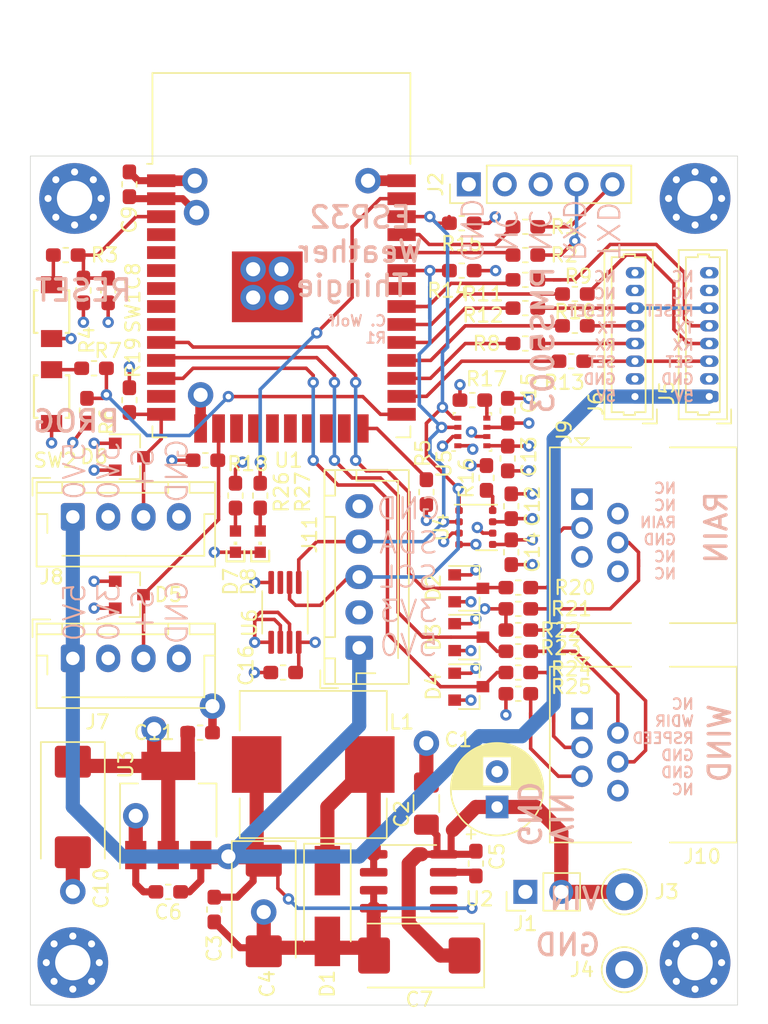
<source format=kicad_pcb>
(kicad_pcb (version 20211014) (generator pcbnew)
  (layers (0 "F.Cu" signal) (1 "In1.Cu" signal) (2 "In2.Cu" signal) (31 "B.Cu" signal) (34 "B.Paste" user) (35 "F.Paste" user) (36 "B.SilkS" user "B.Silkscreen") (37 "F.SilkS" user "F.Silkscreen") (38 "B.Mask" user) (39 "F.Mask" user) (44 "Edge.Cuts" user))
  (net 0 "")
  (net 1 "GND")
  (net 2 "VCC")
  (net 3 "+5V")
  (net 4 "Net-(C5-Pad2)")
  (net 5 "/RESET")
  (net 6 "+3V3")
  (net 7 "Net-(D1-Pad1)")
  (net 8 "/TXD")
  (net 9 "/RXD")
  (net 10 "Net-(J2-Pad2)")
  (net 11 "Net-(R1-Pad2)")
  (net 12 "Net-(R2-Pad2)")
  (net 13 "Net-(R3-Pad1)")
  (net 14 "Net-(R5-Pad2)")
  (net 15 "/PROG")
  (net 16 "Net-(R7-Pad1)")
  (net 17 "Net-(U1-Pad32)")
  (net 18 "Net-(U1-Pad23)")
  (net 19 "Net-(U1-Pad22)")
  (net 20 "Net-(U1-Pad21)")
  (net 21 "Net-(U1-Pad20)")
  (net 22 "Net-(U1-Pad19)")
  (net 23 "Net-(U1-Pad18)")
  (net 24 "Net-(U1-Pad17)")
  (net 25 "Net-(U1-Pad13)")
  (net 26 "Net-(U1-Pad9)")
  (net 27 "Net-(U1-Pad8)")
  (net 28 "Net-(U1-Pad7)")
  (net 29 "Net-(U1-Pad6)")
  (net 30 "Net-(U1-Pad5)")
  (net 31 "Net-(U1-Pad4)")
  (net 32 "Net-(U2-Pad2)")
  (net 33 "Net-(J2-Pad3)")
  (net 34 "Net-(J5-Pad8)")
  (net 35 "Net-(J5-Pad7)")
  (net 36 "Net-(J5-Pad5)")
  (net 37 "Net-(J5-Pad4)")
  (net 38 "Net-(J6-Pad8)")
  (net 39 "Net-(J6-Pad7)")
  (net 40 "Net-(J6-Pad5)")
  (net 41 "Net-(J6-Pad4)")
  (net 42 "Net-(R8-Pad2)")
  (net 43 "Net-(R9-Pad2)")
  (net 44 "Net-(R10-Pad2)")
  (net 45 "Net-(R11-Pad2)")
  (net 46 "Net-(R12-Pad2)")
  (net 47 "Net-(R13-Pad2)")
  (net 48 "/SDA")
  (net 49 "/SCL")
  (net 50 "Net-(R16-Pad1)")
  (net 51 "Net-(R17-Pad1)")
  (net 52 "Net-(D2-Pad3)")
  (net 53 "Net-(D3-Pad3)")
  (net 54 "Net-(D4-Pad3)")
  (net 55 "Net-(J9-Pad6)")
  (net 56 "Net-(J9-Pad5)")
  (net 57 "Net-(J9-Pad4)")
  (net 58 "Net-(J9-Pad3)")
  (net 59 "Net-(J9-Pad2)")
  (net 60 "Net-(J9-Pad1)")
  (net 61 "Net-(J10-Pad6)")
  (net 62 "Net-(J10-Pad5)")
  (net 63 "Net-(J10-Pad4)")
  (net 64 "Net-(J10-Pad3)")
  (net 65 "Net-(J10-Pad2)")
  (net 66 "Net-(J10-Pad1)")
  (net 67 "Net-(D5-Pad3)")
  (net 68 "Net-(D6-Pad3)")
  (net 69 "Net-(D7-Pad2)")
  (net 70 "Net-(D8-Pad2)")
  (net 71 "Net-(R27-Pad2)")
  (net 72 "/PT_RESET")
  (net 73 "/PT_SET")
  (net 74 "Net-(U6-Pad3)")
  (footprint "Capacitor_SMD:C_0603_1608Metric_Pad1.05x0.95mm_HandSolder" (layer "F.Cu") (at 55.5 59.5 -90)
    (fp_text reference "C8")
    (fp_text value "0.1 uF")
  )
  (footprint "Capacitor_SMD:C_0603_1608Metric_Pad1.05x0.95mm_HandSolder" (layer "F.Cu") (at 57 52 90)
    (fp_text reference "C9")
    (fp_text value "1 uF")
  )
  (footprint "Capacitor_Tantalum_SMD:CP_EIA-7343-20_Kemet-V_Pad2.25x2.55mm_HandSolder" (layer "F.Cu") (at 53 96 -90)
    (fp_text reference "C10")
    (fp_text value "100uF")
  )
  (footprint "Connector_PinHeader_2.54mm:PinHeader_1x02_P2.54mm_Vertical" (layer "F.Cu") (at 85 102 90)
    (fp_text reference "J1")
    (fp_text value "Conn_01x02")
  )
  (footprint "Connector_Pin:Pin_D1.3mm_L11.0mm" (layer "F.Cu") (at 92 102)
    (fp_text reference "J3")
    (fp_text value "Conn_01x01")
  )
  (footprint "Connector_Pin:Pin_D1.3mm_L11.0mm" (layer "F.Cu") (at 92 107.5)
    (fp_text reference "J4")
    (fp_text value "Conn_01x01")
  )
  (footprint "Resistor_SMD:R_0603_1608Metric_Pad1.05x0.95mm_HandSolder" (layer "F.Cu") (at 85 57 180)
    (fp_text reference "R2")
    (fp_text value "470R")
  )
  (footprint "Resistor_SMD:R_0603_1608Metric_Pad1.05x0.95mm_HandSolder" (layer "F.Cu") (at 52.5 57)
    (fp_text reference "R3")
    (fp_text value "470R")
  )
  (footprint "Resistor_SMD:R_0603_1608Metric_Pad1.05x0.95mm_HandSolder" (layer "F.Cu") (at 53.75 59.5 -90)
    (fp_text reference "R4")
    (fp_text value "10K")
  )
  (footprint "Resistor_SMD:R_0603_1608Metric_Pad1.05x0.95mm_HandSolder" (layer "F.Cu") (at 54 68 -90)
    (fp_text reference "R6")
    (fp_text value "4.7K")
  )
  (footprint "Resistor_SMD:R_0603_1608Metric_Pad1.05x0.95mm_HandSolder" (layer "F.Cu") (at 54.5 65)
    (fp_text reference "R7")
    (fp_text value "470R")
  )
  (footprint "custom:K2-1823SA-A4DW-06" (layer "F.Cu") (at 51.5 61 -90)
    (fp_text reference "SW1")
    (fp_text value "SW_Push")
  )
  (footprint "custom:K2-1823SA-A4DW-06" (layer "F.Cu") (at 51.5 67 -90)
    (fp_text reference "SW2")
    (fp_text value "SW_Push")
  )
  (footprint "MountingHole:MountingHole_2.5mm_Pad_Via" (layer "F.Cu") (at 53.125 53)
    (fp_text reference "H1" hide)
    (fp_text value "MountingHole")
  )
  (footprint "MountingHole:MountingHole_2.5mm_Pad_Via" (layer "F.Cu") (at 97 107)
    (fp_text reference "H4" hide)
    (fp_text value "MountingHole")
  )
  (footprint "MountingHole:MountingHole_2.5mm_Pad_Via" (layer "F.Cu") (at 97 53)
    (fp_text reference "H3" hide)
    (fp_text value "MountingHole")
  )
  (footprint "Resistor_SMD:R_0603_1608Metric_Pad1.05x0.95mm_HandSolder" (layer "F.Cu") (at 85 55 180)
    (fp_text reference "R1")
    (fp_text value "470R")
  )
  (footprint "Connector_PinHeader_2.54mm:PinHeader_1x05_P2.54mm_Vertical" (layer "F.Cu") (at 81 52 90)
    (fp_text reference "J2")
    (fp_text value "Conn_01x05")
  )
  (footprint "RF_Module:ESP32-WROOM-32" (layer "F.Cu") (at 67.75 60)
    (fp_text reference "U1")
    (fp_text value "ESP32-WROOM-32D")
  )
  (footprint "Resistor_SMD:R_0603_1608Metric_Pad1.05x0.95mm_HandSolder" (layer "F.Cu") (at 78 73.75 90)
    (fp_text reference "R5")
    (fp_text value "4.7K")
  )
  (footprint "Connector_Molex:Molex_PicoBlade_53047-0810_1x08_P1.25mm_Vertical" (layer "F.Cu") (at 98 67 90)
    (fp_text reference "J5")
    (fp_text value "Conn_01x08")
  )
  (footprint "Connector_Molex:Molex_PicoBlade_53047-0810_1x08_P1.25mm_Vertical" (layer "F.Cu") (at 92.75 67 90)
    (fp_text reference "J6")
    (fp_text value "Conn_01x08")
  )
  (footprint "Resistor_SMD:R_0603_1608Metric_Pad1.05x0.95mm_HandSolder" (layer "F.Cu") (at 85 63.25 180)
    (fp_text reference "R8")
    (fp_text value "470R")
  )
  (footprint "Resistor_SMD:R_0603_1608Metric_Pad1.05x0.95mm_HandSolder" (layer "F.Cu") (at 88.5 62 180)
    (fp_text reference "R10")
    (fp_text value "470R")
  )
  (footprint "Resistor_SMD:R_0603_1608Metric_Pad1.05x0.95mm_HandSolder" (layer "F.Cu") (at 85 58.75 180)
    (fp_text reference "R11")
    (fp_text value "470R")
  )
  (footprint "Resistor_SMD:R_0603_1608Metric_Pad1.05x0.95mm_HandSolder" (layer "F.Cu") (at 85 60.75 180)
    (fp_text reference "R12")
    (fp_text value "470R")
  )
  (footprint "Capacitor_SMD:C_0603_1608Metric_Pad1.05x0.95mm_HandSolder" (layer "F.Cu") (at 84 78 -90)
    (fp_text reference "C14")
    (fp_text value "0.1 uF")
  )
  (footprint "Resistor_SMD:R_0603_1608Metric_Pad1.05x0.95mm_HandSolder" (layer "F.Cu") (at 80.5 58.1)
    (fp_text reference "R14")
    (fp_text value "4.7K")
  )
  (footprint "Resistor_SMD:R_0603_1608Metric_Pad1.05x0.95mm_HandSolder" (layer "F.Cu") (at 80.5 54.75)
    (fp_text reference "R15")
    (fp_text value "4.7K")
  )
  (footprint "Connector_JST:JST_XH_B4B-XH-AM_1x04_P2.50mm_Vertical" (layer "F.Cu") (at 53 85.5)
    (fp_text reference "J7")
    (fp_text value "Conn_01x04")
  )
  (footprint "Resistor_SMD:R_0603_1608Metric_Pad1.05x0.95mm_HandSolder" (layer "F.Cu") (at 62.375 71.5 180)
    (fp_text reference "R18")
    (fp_text value "4.7K")
  )
  (footprint "Resistor_SMD:R_0603_1608Metric_Pad1.05x0.95mm_HandSolder" (layer "F.Cu") (at 57 67.25 90)
    (fp_text reference "R19")
    (fp_text value "4.7K")
  )
  (footprint "Connector_JST:JST_XH_B4B-XH-AM_1x04_P2.50mm_Vertical" (layer "F.Cu") (at 53 75.5)
    (fp_text reference "J8")
    (fp_text value "Conn_01x04")
  )
  (footprint "Package_TO_SOT_SMD:SOT-23" (layer "F.Cu") (at 81 80.55)
    (fp_text reference "D2")
    (fp_text value "BAT54S")
  )
  (footprint "Package_TO_SOT_SMD:SOT-23" (layer "F.Cu") (at 81 84)
    (fp_text reference "D3")
    (fp_text value "BAT54S")
  )
  (footprint "Resistor_SMD:R_0603_1608Metric_Pad1.05x0.95mm_HandSolder" (layer "F.Cu") (at 84.5 80.5)
    (fp_text reference "R20")
    (fp_text value "1K")
  )
  (footprint "Resistor_SMD:R_0603_1608Metric_Pad1.05x0.95mm_HandSolder" (layer "F.Cu") (at 84.5 82)
    (fp_text reference "R21")
    (fp_text value "1K")
  )
  (footprint "Resistor_SMD:R_0603_1608Metric_Pad1.05x0.95mm_HandSolder" (layer "F.Cu") (at 84.5 83.5)
    (fp_text reference "R22")
    (fp_text value "1K")
  )
  (footprint "Resistor_SMD:R_0603_1608Metric_Pad1.05x0.95mm_HandSolder" (layer "F.Cu") (at 84.5 85)
    (fp_text reference "R23")
    (fp_text value "1K")
  )
  (footprint "Resistor_SMD:R_0603_1608Metric_Pad1.05x0.95mm_HandSolder" (layer "F.Cu") (at 84.5 86.5)
    (fp_text reference "R24")
    (fp_text value "1K")
  )
  (footprint "Resistor_SMD:R_0603_1608Metric_Pad1.05x0.95mm_HandSolder" (layer "F.Cu") (at 84.5 88)
    (fp_text reference "R25")
    (fp_text value "1K")
  )
  (footprint "Package_TO_SOT_SMD:SOT-223-3_TabPin2" (layer "F.Cu") (at 59.75 96.25 90)
    (fp_text reference "U3")
    (fp_text value "AMS1117-3.3")
  )
  (footprint "Package_SO:SOIC-8_3.9x4.9mm_P1.27mm" (layer "F.Cu") (at 76.75 101.25 180)
    (fp_text reference "U2")
    (fp_text value "XL2001")
  )
  (footprint "Inductor_SMD:L_Wuerth_HCI-1040" (layer "F.Cu") (at 70 93 180)
    (fp_text reference "L1")
    (fp_text value "47uH/3A")
  )
  (footprint "Diode_SMD:D_SMA_Handsoldering" (layer "F.Cu") (at 71 103 -90)
    (fp_text reference "D1")
    (fp_text value "SS36")
  )
  (footprint "Capacitor_SMD:C_0603_1608Metric_Pad1.05x0.95mm_HandSolder" (layer "F.Cu") (at 62 90.75)
    (fp_text reference "C11")
    (fp_text value "10 uF")
  )
  (footprint "Capacitor_SMD:C_0603_1608Metric_Pad1.05x0.95mm_HandSolder" (layer "F.Cu") (at 59.75 102 180)
    (fp_text reference "C6")
    (fp_text value "1 uF")
  )
  (footprint "Capacitor_Tantalum_SMD:CP_EIA-7343-20_Kemet-V_Pad2.25x2.55mm_HandSolder" (layer "F.Cu") (at 66.5 103 -90)
    (fp_text reference "C4")
    (fp_text value "100uF")
  )
  (footprint "Capacitor_SMD:C_0603_1608Metric_Pad1.05x0.95mm_HandSolder" (layer "F.Cu") (at 63 103.25 -90)
    (fp_text reference "C3")
    (fp_text value "1 uF")
  )
  (footprint "Capacitor_THT:CP_Radial_D6.3mm_P2.50mm" (layer "F.Cu") (at 83 96 90)
    (fp_text reference "C1")
    (fp_text value "47uF")
  )
  (footprint "Capacitor_Tantalum_SMD:CP_EIA-7343-20_Kemet-V_Pad2.25x2.55mm_HandSolder" (layer "F.Cu") (at 77.5 106.5 180)
    (fp_text reference "C7")
    (fp_text value "47uF")
  )
  (footprint "Capacitor_SMD:C_0603_1608Metric_Pad1.05x0.95mm_HandSolder" (layer "F.Cu") (at 81.5 100 -90)
    (fp_text reference "C5")
    (fp_text value "1 uF")
  )
  (footprint "Capacitor_SMD:C_1206_3216Metric_Pad1.42x1.75mm_HandSolder" (layer "F.Cu") (at 78 95.7625 90)
    (fp_text reference "C2")
    (fp_text value "1 uF")
  )
  (footprint "MountingHole:MountingHole_2.5mm_Pad_Via" (layer "F.Cu") (at 53 107)
    (fp_text reference "H2" hide)
    (fp_text value "MountingHole")
  )
  (footprint "Package_LGA:Bosch_LGA-8_3x3mm_P0.8mm_ClockwisePinNumbering" (layer "F.Cu") (at 81.5 76.25 90)
    (fp_text reference "U4")
    (fp_text value "BME680")
  )
  (footprint "Resistor_SMD:R_0603_1608Metric_Pad1.05x0.95mm_HandSolder" (layer "F.Cu") (at 81.25 67.25 180)
    (fp_text reference "R17")
    (fp_text value "4.7K")
  )
  (footprint "Resistor_SMD:R_0603_1608Metric_Pad1.05x0.95mm_HandSolder" (layer "F.Cu") (at 82.25 72.75 90)
    (fp_text reference "R16")
    (fp_text value "4.7K")
  )
  (footprint "Capacitor_SMD:C_0603_1608Metric_Pad1.05x0.95mm_HandSolder" (layer "F.Cu") (at 83.75 68 90)
    (fp_text reference "C15")
    (fp_text value "0.1 uF")
  )
  (footprint "Capacitor_SMD:C_0603_1608Metric_Pad1.05x0.95mm_HandSolder" (layer "F.Cu") (at 83.75 71.375 -90)
    (fp_text reference "C13")
    (fp_text value "0.1 uF")
  )
  (footprint "Capacitor_SMD:C_0603_1608Metric_Pad1.05x0.95mm_HandSolder" (layer "F.Cu") (at 84 74.75 90)
    (fp_text reference "C12")
    (fp_text value "0.1 uF")
  )
  (footprint "Package_TO_SOT_SMD:SOT-23" (layer "F.Cu") (at 81 87.5)
    (fp_text reference "D4")
    (fp_text value "BAT54S")
  )
  (footprint "Package_TO_SOT_SMD:SOT-23" (layer "F.Cu") (at 57 71.25)
    (fp_text reference "D6")
    (fp_text value "BAT54S")
  )
  (footprint "Resistor_SMD:R_0603_1608Metric_Pad1.05x0.95mm_HandSolder" (layer "F.Cu") (at 88.25 64.5 180)
    (fp_text reference "R13")
    (fp_text value "470R")
  )
  (footprint "custom:CHIPLED_0603" (layer "F.Cu") (at 64.5 77.25 180)
    (fp_text reference "D7")
    (fp_text value "LED" hide)
  )
  (footprint "Resistor_SMD:R_0603_1608Metric_Pad1.05x0.95mm_HandSolder" (layer "F.Cu") (at 64.5 74 90)
    (fp_text reference "R26")
    (fp_text value "1K")
  )
  (footprint "custom:CHIPLED_0603" (layer "F.Cu") (at 66.25 77.25 180)
    (fp_text reference "D8")
    (fp_text value "LED" hide)
  )
  (footprint "Resistor_SMD:R_0603_1608Metric_Pad1.05x0.95mm_HandSolder" (layer "F.Cu") (at 66.25 74 90)
    (fp_text reference "R27")
    (fp_text value "1K")
  )
  (footprint "Package_TO_SOT_SMD:SOT-23" (layer "F.Cu") (at 57 81)
    (fp_text reference "D5")
    (fp_text value "BAT54S")
  )
  (footprint "Resistor_SMD:R_0603_1608Metric_Pad1.05x0.95mm_HandSolder" (layer "F.Cu") (at 88.5 59.75 180)
    (fp_text reference "R9")
    (fp_text value "470R")
  )
  (footprint "Package_LGA:Bosch_LGA-8_2.5x2.5mm_P0.65mm_ClockwisePinNumbering" (layer "F.Cu") (at 81.25 69.5 90)
    (fp_text reference "U5")
    (fp_text value "BME280")
  )
  (footprint "Connector_JST:JST_XH_B5B-XH-AM_1x05_P2.50mm_Vertical" (layer "F.Cu") (at 73.25 84.75 90)
    (fp_text reference "J11")
    (fp_text value "Conn_01x05")
  )
  (footprint "Connector_RJ:RJ25_Wayconn_MJEA-660X1_Horizontal" (layer "F.Cu") (at 89 89.75 90)
    (fp_text reference "J10")
    (fp_text value "WIND")
  )
  (footprint "Connector_RJ:RJ25_Wayconn_MJEA-660X1_Horizontal" (layer "F.Cu") (at 89 74.25 90)
    (fp_text reference "J9")
    (fp_text value "RAIN")
  )
  (footprint "Capacitor_SMD:C_0603_1608Metric_Pad1.05x0.95mm_HandSolder" (layer "F.Cu") (at 67.875 86.5 180)
    (fp_text reference "C16")
    (fp_text value "0.1 uF")
  )
  (footprint "Package_SO:MSOP-8_3x3mm_P0.65mm" (layer "F.Cu") (at 68 82.25 -90)
    (fp_text reference "U6")
    (fp_text value "LM75C")
  )
  (gr_line (start 50 110) (end 50 50) (layer "Edge.Cuts") (width 0.05))
  (gr_line (start 50 50) (end 100 50) (layer "Edge.Cuts") (width 0.05))
  (gr_line (start 100 50) (end 100 110) (layer "Edge.Cuts") (width 0.05))
  (gr_line (start 100 110) (end 50 110) (layer "Edge.Cuts") (width 0.05))
  (gr_text "NC\nNC\nRESET\nTX\nRX\nSET\nGND\n5V" (at 91.5 62.75) (layer "B.SilkS") (effects (font (size 0.75 0.75)) (justify left mirror)))
  (gr_text "NC\nNC\nRESET\nTX\nRX\nSET\nGND\n5V" (at 97 62.75) (layer "B.SilkS") (effects (font (size 0.75 0.75)) (justify left mirror)))
  (gr_text "GND" (at 88 105.75) (layer "B.SilkS") (effects (font (size 1.5 1.5) (thickness 0.25)) (justify mirror)))
  (gr_text "VIN" (at 87.5 96.75 270) (layer "B.SilkS") (effects (font (size 1.5 1.5) (thickness 0.25)) (justify mirror)))
  (gr_text "RAIN" (at 98.5 76.25 90) (layer "B.SilkS") (effects (font (size 1.5 1.5) (thickness 0.25)) (justify mirror)))
  (gr_text "WIND" (at 98.75 91.5 90) (layer "B.SilkS") (effects (font (size 1.5 1.5) (thickness 0.25)) (justify mirror)))
  (gr_text "NC\nNC\nRAIN\nGND\nNC\nNC" (at 95.75 76.5) (layer "B.SilkS") (effects (font (size 0.75 0.75)) (justify left mirror)))
  (gr_text "NC\nWDIR\nRSPEED\nGND\nGND\nNC" (at 97 91.75) (layer "B.SilkS") (effects (font (size 0.75 0.75)) (justify left mirror)))
  (gr_text "TXD\nRXD\nNC\nNC\nGND" (at 86 55.25 270) (layer "B.SilkS") (effects (font (size 1.5 1.5)) (justify mirror)))
  (gr_text "RESET" (at 53.75 59.5) (layer "B.SilkS") (effects (font (size 1.5 1.5) (thickness 0.25)) (justify mirror)))
  (gr_text "PROG" (at 53.25 68.75) (layer "B.SilkS") (effects (font (size 1.5 1.5) (thickness 0.25)) (justify mirror)))
  (gr_text "ESP32 \nWeather \nThingie" (at 72.75 56.75) (layer "B.SilkS") (effects (font (size 1.5 1.5) (thickness 0.25)) (justify mirror)))
  (gr_text "C. Wolf\nR1" (at 75.25 62.25) (layer "B.SilkS") (effects (font (size 0.75 0.75)) (justify left mirror)))
  (gr_text "PMS5003" (at 86.25 63 90) (layer "B.SilkS") (effects (font (size 1.5 1.5) (thickness 0.25)) (justify mirror)))
  (gr_text "GND" (at 85.25 96.5 270) (layer "B.SilkS") (effects (font (size 1.5 1.5) (thickness 0.25)) (justify mirror)))
  (gr_text "5V0\n3V0\nS+\nGND" (at 56.75 82.25 90) (layer "B.SilkS") (effects (font (size 1.5 1.5)) (justify mirror)))
  (gr_text "GND\nSDA\nSCL\n3V3\n5V0" (at 76.75 79.75) (layer "B.SilkS") (effects (font (size 1.5 1.5)) (justify mirror)))
  (gr_text "5V0\n3V0\nS+\nGND" (at 56.75 72.25 90) (layer "B.SilkS") (effects (font (size 1.5 1.5)) (justify mirror)))
  (gr_text "VIN" (at 88.5 102.5) (layer "B.SilkS") (effects (font (size 1.5 1.5) (thickness 0.25)) (justify mirror)))
  (segment (start 51.5 62.9) (end 52.875 62.9) (width 0.25) (layer "F.Cu") (net 1))
  (segment (start 62.035 69.255) (end 62.035 66.88) (width 0.75) (layer "F.Cu") (net 1))
  (segment (start 76.25 51.745) (end 73.875 51.745) (width 0.75) (layer "F.Cu") (net 1))
  (segment (start 59.25 51.745) (end 61.625 51.745) (width 0.75) (layer "F.Cu") (net 1))
  (segment (start 66.5 106.2) (end 66.5 103.425) (width 1) (layer "F.Cu") (net 1))
  (segment (start 66.5 105.95) (end 64.825 105.95) (width 0.5) (layer "F.Cu") (net 1))
  (segment (start 74.275 103.155) (end 74.275 101.885) (width 0.5) (layer "F.Cu") (net 1))
  (segment (start 64.825 105.95) (end 63 104.125) (width 0.5) (layer "F.Cu") (net 1))
  (segment (start 78 94.275) (end 78 91.5) (width 1) (layer "F.Cu") (net 1))
  (segment (start 57.45 101.45) (end 57.45 99.4) (width 0.5) (layer "F.Cu") (net 1))
  (segment (start 74.275 106.475) (end 74.3 106.5) (width 1) (layer "F.Cu") (net 1))
  (segment (start 58.875 102) (end 58 102) (width 0.5) (layer "F.Cu") (net 1))
  (segment (start 74.275 103.155) (end 74.275 106.475) (width 1) (layer "F.Cu") (net 1))
  (segment (start 58 102) (end 57.45 101.45) (width 0.5) (layer "F.Cu") (net 1))
  (segment (start 66.5 105.95) (end 73.75 105.95) (width 1) (layer "F.Cu") (net 1))
  (segment (start 73.75 105.95) (end 74.3 106.5) (width 1) (layer "F.Cu") (net 1))
  (segment (start 57.45 99.4) (end 57.45 96.625) (width 1) (layer "F.Cu") (net 1))
  (segment (start 80.225 70.475) (end 81.0375 70.475) (width 0.25) (layer "F.Cu") (net 1))
  (segment (start 81.0375 70.475) (end 81.281255 70.718755) (width 0.25) (layer "F.Cu") (net 1))
  (segment (start 82.275 69.825) (end 81.512532 69.825) (width 0.25) (layer "F.Cu") (net 1))
  (segment (start 81.512532 69.825) (end 81.187492 69.49996) (width 0.25) (layer "F.Cu") (net 1))
  (segment (start 83.75 72.25) (end 85.245 72.25) (width 0.25) (layer "F.Cu") (net 1))
  (segment (start 84 73.875) (end 85.495 73.875) (width 0.25) (layer "F.Cu") (net 1))
  (segment (start 84 78.875) (end 85.495 78.875) (width 0.25) (layer "F.Cu") (net 1))
  (segment (start 83.75 67.125) (end 85.245 67.125) (width 0.25) (layer "F.Cu") (net 1))
  (segment (start 53 99.2) (end 53 101.975) (width 1) (layer "F.Cu") (net 1))
  (segment (start 83.625 82) (end 82.13 82) (width 0.25) (layer "F.Cu") (net 1))
  (segment (start 81.15 86.55) (end 81.5 86.2) (width 0.25) (layer "F.Cu") (net 1))
  (segment (start 80 86.55) (end 81.15 86.55) (width 0.25) (layer "F.Cu") (net 1))
  (segment (start 56 80.05) (end 54.505 80.05) (width 0.25) (layer "F.Cu") (net 1))
  (segment (start 64.5 78) (end 63.005 78) (width 0.25) (layer "F.Cu") (net 1))
  (segment (start 62.875 90.75) (end 62.875 88.875) (width 0.6) (layer "F.Cu") (net 1))
  (segment (start 78 74.625) (end 78 75.75) (width 0.25) (layer "F.Cu") (net 1))
  (segment (start 67.025 84.3625) (end 65.8625 84.3625) (width 0.25) (layer "F.Cu") (net 1))
  (segment (start 65.975 82.75) (end 65.8625 82.8625) (width 0.25) (layer "F.Cu") (net 1))
  (segment (start 67 86.5) (end 65.8375 86.5) (width 0.25) (layer "F.Cu") (net 1))
  (segment (start 83.625 88) (end 83.625 89.495) (width 0.25) (layer "F.Cu") (net 1))
  (segment (start 80.3125 77.45) (end 81.5 77.45) (width 0.25) (layer "F.Cu") (net 1))
  (segment (start 68.325 83.075) (end 67.5 82.25) (width 0.25) (layer "F.Cu") (net 1))
  (segment (start 57.62 51.745) (end 57 51.125) (width 0.5) (layer "F.Cu") (net 1))
  (segment (start 55.5 60.375) (end 55.5 61.75) (width 0.25) (layer "F.Cu") (net 1))
  (segment (start 83.625 83.5) (end 83.625 82) (width 0.25) (layer "F.Cu") (net 1))
  (segment (start 67.675 83.175) (end 67.25 82.75) (width 0.25) (layer "F.Cu") (net 1))
  (segment (start 68.325 84.3625) (end 68.325 83.075) (width 0.25) (layer "F.Cu") (net 1))
  (segment (start 67.5 82.25) (end 66.25 82.25) (width 0.25) (layer "F.Cu") (net 1))
  (segment (start 80 79.6) (end 81.15 79.6) (width 0.25) (layer "F.Cu") (net 1))
  (segment (start 65.8625 82.6375) (end 65.8625 82.8625) (width 0.25) (layer "F.Cu") (net 1))
  (segment (start 66.25 82.25) (end 65.8625 82.6375) (width 0.25) (layer "F.Cu") (net 1))
  (segment (start 82.000003 76.649999) (end 81.600004 76.25) (width 0.25) (layer "F.Cu") (net 1))
  (segment (start 80 83.05) (end 81.15 83.05) (width 0.25) (layer "F.Cu") (net 1))
  (segment (start 81.15 79.6) (end 81.5 79.25) (width 0.25) (layer "F.Cu") (net 1))
  (segment (start 82.6875 76.65) (end 82.000003 76.649999) (width 0.25) (layer "F.Cu") (net 1))
  (segment (start 67.25 82.75) (end 65.975 82.75) (width 0.25) (layer "F.Cu") (net 1))
  (segment (start 65.8625 82.8625) (end 65.8625 84.3625) (width 0.25) (layer "F.Cu") (net 1))
  (segment (start 51.5 68.9) (end 51.5 70.275) (width 0.25) (layer "F.Cu") (net 1))
  (segment (start 67.675 84.3625) (end 67.675 83.175) (width 0.25) (layer "F.Cu") (net 1))
  (segment (start 56 70.3) (end 54.505 70.3) (width 0.25) (layer "F.Cu") (net 1))
  (segment (start 64.5 78) (end 66.25 78) (width 0.25) (layer "F.Cu") (net 1))
  (segment (start 59.25 51.745) (end 57.62 51.745) (width 0.5) (layer "F.Cu") (net 1))
  (segment (start 81.15 83.05) (end 81.5 82.7) (width 0.25) (layer "F.Cu") (net 1))
  (segment (start 67.025 80.1375) (end 65.8625 80.1375) (width 0.25) (layer "F.Cu") (net 1))
  (via (at 52.875 62.9) (size 0.8) (drill 0.4) (layers "F.Cu" "B.Cu") (net 1))
  (via (at 67.75 58) (size 1.8) (drill 1) (layers "F.Cu" "B.Cu") (net 1))
  (via (at 65.75 58) (size 1.8) (drill 1) (layers "F.Cu" "B.Cu") (net 1))
  (via (at 67.75 60) (size 1.8) (drill 1) (layers "F.Cu" "B.Cu") (net 1))
  (via (at 65.75 60) (size 1.8) (drill 1) (layers "F.Cu" "B.Cu") (net 1))
  (via (at 61.625 51.745) (size 1.8) (drill 1) (layers "F.Cu" "B.Cu") (net 1))
  (via (at 73.875 51.745) (size 1.8) (drill 1) (layers "F.Cu" "B.Cu") (net 1))
  (via (at 62.035 66.88) (size 1.8) (drill 1) (layers "F.Cu" "B.Cu") (net 1))
  (via (at 66.5 103.425) (size 1.8) (drill 1) (layers "F.Cu" "B.Cu") (net 1))
  (via (at 57.45 96.625) (size 1.8) (drill 1) (layers "F.Cu" "B.Cu") (net 1))
  (via (at 78 91.5) (size 1.8) (drill 1) (layers "F.Cu" "B.Cu") (net 1))
  (via (at 81.187492 69.49996) (size 0.8) (drill 0.4) (layers "F.Cu" "B.Cu") (net 1))
  (via (at 85.495 73.875) (size 0.8) (drill 0.4) (layers "F.Cu" "B.Cu") (net 1))
  (via (at 85.495 78.875) (size 0.8) (drill 0.4) (layers "F.Cu" "B.Cu") (net 1))
  (via (at 85.245 72.25) (size 0.8) (drill 0.4) (layers "F.Cu" "B.Cu") (net 1))
  (via (at 81.281255 70.718755) (size 0.8) (drill 0.4) (layers "F.Cu" "B.Cu") (net 1))
  (via (at 85.245 67.125) (size 0.8) (drill 0.4) (layers "F.Cu" "B.Cu") (net 1))
  (via (at 53 101.975) (size 1.8) (drill 1) (layers "F.Cu" "B.Cu") (net 1))
  (via (at 82.13 82) (size 0.8) (drill 0.4) (layers "F.Cu" "B.Cu") (net 1))
  (via (at 81.5 86.2) (size 0.8) (drill 0.4) (layers "F.Cu" "B.Cu") (net 1))
  (via (at 54.505 80.05) (size 0.8) (drill 0.4) (layers "F.Cu" "B.Cu") (net 1))
  (via (at 63.005 78) (size 0.8) (drill 0.4) (layers "F.Cu" "B.Cu") (net 1))
  (via (at 62.875 88.875) (size 1.8) (drill 1) (layers "F.Cu" "B.Cu") (net 1))
  (via (at 78 75.75) (size 0.8) (drill 0.4) (layers "F.Cu" "B.Cu") (net 1))
  (via (at 65.8625 84.3625) (size 0.8) (drill 0.4) (layers "F.Cu" "B.Cu") (net 1))
  (via (at 81.600004 76.25) (size 0.8) (drill 0.4) (layers "F.Cu" "B.Cu") (net 1))
  (via (at 81.5 77.45) (size 0.8) (drill 0.4) (layers "F.Cu" "B.Cu") (net 1))
  (via (at 65.8375 86.5) (size 0.8) (drill 0.4) (layers "F.Cu" "B.Cu") (net 1))
  (via (at 55.5 61.75) (size 0.8) (drill 0.4) (layers "F.Cu" "B.Cu") (net 1))
  (via (at 51.5 70.275) (size 0.8) (drill 0.4) (layers "F.Cu" "B.Cu") (net 1))
  (via (at 81.5 82.7) (size 0.8) (drill 0.4) (layers "F.Cu" "B.Cu") (net 1))
  (via (at 54.505 70.3) (size 0.8) (drill 0.4) (layers "F.Cu" "B.Cu") (net 1))
  (via (at 65.8625 80.1375) (size 0.8) (drill 0.4) (layers "F.Cu" "B.Cu") (net 1))
  (via (at 83.625 89.495) (size 0.8) (drill 0.4) (layers "F.Cu" "B.Cu") (net 1))
  (via (at 81.5 79.25) (size 0.8) (drill 0.4) (layers "F.Cu" "B.Cu") (net 1))
  (segment (start 79.75 99.345) (end 79.225 99.345) (width 0.5) (layer "F.Cu") (net 2))
  (segment (start 79.75 97.75) (end 79.75 99.345) (width 0.5) (layer "F.Cu") (net 2))
  (segment (start 81.5 96) (end 79.875 97.625) (width 1) (layer "F.Cu") (net 2))
  (segment (start 79.875 97.625) (end 79.75 97.75) (width 0.5) (layer "F.Cu") (net 2))
  (segment (start 83 96) (end 81.5 96) (width 1) (layer "F.Cu") (net 2))
  (segment (start 79.225 99.345) (end 78.75 99.345) (width 0.5) (layer "F.Cu") (net 2))
  (segment (start 78.75 98) (end 78 97.25) (width 0.5) (layer "F.Cu") (net 2))
  (segment (start 78.75 99.345) (end 78.75 98) (width 0.5) (layer "F.Cu") (net 2))
  (segment (start 77.405 99.345) (end 77.655 99.345) (width 1) (layer "F.Cu") (net 2))
  (segment (start 79 106.5) (end 76.75 104.25) (width 1) (layer "F.Cu") (net 2))
  (segment (start 79.225 99.345) (end 81.28 99.345) (width 0.5) (layer "F.Cu") (net 2))
  (segment (start 81.28 99.345) (end 81.5 99.125) (width 0.5) (layer "F.Cu") (net 2))
  (segment (start 80.7 106.5) (end 79 106.5) (width 1) (layer "F.Cu") (net 2))
  (segment (start 76.75 104.25) (end 76.75 100) (width 1) (layer "F.Cu") (net 2))
  (segment (start 76.75 100) (end 77.405 99.345) (width 1) (layer "F.Cu") (net 2))
  (segment (start 77.655 99.345) (end 79.225 99.345) (width 0.5) (layer "F.Cu") (net 2))
  (segment (start 91.75 102) (end 92 102.25) (width 1) (layer "F.Cu") (net 2))
  (segment (start 87.54 102) (end 91.75 102) (width 1) (layer "F.Cu") (net 2))
  (segment (start 87.54 97.79) (end 87.54 100) (width 1) (layer "F.Cu") (net 2))
  (segment (start 87.54 102) (end 87.54 97.79) (width 1) (layer "F.Cu") (net 2))
  (segment (start 85.75 96) (end 83 96) (width 1) (layer "F.Cu") (net 2))
  (segment (start 87.54 97.79) (end 85.75 96) (width 1) (layer "F.Cu") (net 2))
  (segment (start 67.5 100.25) (end 67.5 101.75) (width 0.25) (layer "F.Cu") (net 3))
  (segment (start 67.5 101.75) (end 68.25 102.5) (width 0.25) (layer "F.Cu") (net 3))
  (segment (start 79.225 103.155) (end 81.22 103.155) (width 0.25) (layer "F.Cu") (net 3))
  (segment (start 62.05 100.7) (end 62.05 99.4) (width 0.5) (layer "F.Cu") (net 3))
  (segment (start 64.625 102.375) (end 65.75 101.25) (width 0.5) (layer "F.Cu") (net 3))
  (segment (start 63 102.375) (end 64.625 102.375) (width 0.5) (layer "F.Cu") (net 3))
  (segment (start 66.5 99.55) (end 62.2 99.55) (width 1) (layer "F.Cu") (net 3))
  (segment (start 62.2 99.55) (end 62.05 99.4) (width 0.5) (layer "F.Cu") (net 3))
  (segment (start 62.05 101.2) (end 62.05 99.4) (width 0.5) (layer "F.Cu") (net 3))
  (segment (start 61.25 102) (end 62.05 101.2) (width 0.5) (layer "F.Cu") (net 3))
  (segment (start 66 99.05) (end 66.5 99.55) (width 1) (layer "F.Cu") (net 3))
  (segment (start 60.625 102) (end 61.25 102) (width 0.5) (layer "F.Cu") (net 3))
  (segment (start 66 92.5) (end 66 99.05) (width 1) (layer "F.Cu") (net 3))
  (segment (start 65.75 100.3) (end 66.5 99.55) (width 0.5) (layer "F.Cu") (net 3))
  (segment (start 65.75 101.25) (end 65.75 100.3) (width 0.5) (layer "F.Cu") (net 3))
  (via (at 68.25 102.5) (size 0.8) (drill 0.4) (layers "F.Cu" "B.Cu") (net 3))
  (via (at 81.22 103.155) (size 0.8) (drill 0.4) (layers "F.Cu" "B.Cu") (net 3))
  (via (at 64 99.5) (size 1.8) (drill 1) (layers "F.Cu" "B.Cu") (net 3))
  (segment (start 81.22 103.155) (end 68.905 103.155) (width 0.25) (layer "B.Cu") (net 3))
  (segment (start 68.905 103.155) (end 68.25 102.5) (width 0.25) (layer "B.Cu") (net 3))
  (segment (start 87 88.75) (end 85.75 90) (width 1) (layer "B.Cu") (net 3))
  (segment (start 53 83) (end 53 75.5) (width 1) (layer "B.Cu") (net 3))
  (segment (start 53 96) (end 53 83) (width 1) (layer "B.Cu") (net 3))
  (segment (start 56.5 99.5) (end 53 96) (width 1) (layer "B.Cu") (net 3))
  (segment (start 90 67) (end 87 70) (width 1) (layer "B.Cu") (net 3))
  (segment (start 98 67) (end 90 67) (width 1) (layer "B.Cu") (net 3))
  (segment (start 73.25 84.75) (end 73.25 90.25) (width 1) (layer "B.Cu") (net 3))
  (segment (start 64 99.5) (end 73.25 99.5) (width 1) (layer "B.Cu") (net 3))
  (segment (start 73.25 90.25) (end 70.75 92.75) (width 1) (layer "B.Cu") (net 3))
  (segment (start 73.25 99.5) (end 81.75 91) (width 1) (layer "B.Cu") (net 3))
  (segment (start 64 99.5) (end 56.5 99.5) (width 1) (layer "B.Cu") (net 3))
  (segment (start 70.75 92.75) (end 64 99.5) (width 1) (layer "B.Cu") (net 3))
  (segment (start 81.75 91) (end 84.75 91) (width 1) (layer "B.Cu") (net 3))
  (segment (start 92.75 67) (end 98 67) (width 1) (layer "B.Cu") (net 3))
  (segment (start 87 70) (end 87 88.75) (width 1) (layer "B.Cu") (net 3))
  (segment (start 84.75 91) (end 85.75 90) (width 1) (layer "B.Cu") (net 3))
  (segment (start 79.225 100.615) (end 81.24 100.615) (width 0.5) (layer "F.Cu") (net 4))
  (segment (start 81.24 100.615) (end 81.5 100.875) (width 0.5) (layer "F.Cu") (net 4))
  (segment (start 57.465 54.285) (end 59.25 54.285) (width 0.25) (layer "F.Cu") (net 5))
  (segment (start 55.5 58.625) (end 53.75 58.625) (width 0.25) (layer "F.Cu") (net 5))
  (segment (start 53.375 57) (end 54.75 57) (width 0.25) (layer "F.Cu") (net 5))
  (segment (start 53.75 57.375) (end 53.375 57) (width 0.25) (layer "F.Cu") (net 5))
  (segment (start 56 55.75) (end 57.465 54.285) (width 0.25) (layer "F.Cu") (net 5))
  (segment (start 56 55.75) (end 56.25 55.5) (width 0.25) (layer "F.Cu") (net 5))
  (segment (start 54.75 57) (end 56 55.75) (width 0.25) (layer "F.Cu") (net 5))
  (segment (start 53.75 58.625) (end 53.75 57.375) (width 0.25) (layer "F.Cu") (net 5))
  (segment (start 53.75 61.75) (end 53.75 61.75) (width 0.25) (layer "F.Cu") (net 6))
  (segment (start 81.4 58.1) (end 82.895 58.1) (width 0.25) (layer "F.Cu") (net 6))
  (segment (start 82.6875 77.45) (end 83.675 77.45) (width 0.25) (layer "F.Cu") (net 6))
  (segment (start 83.675 77.45) (end 84 77.125) (width 0.25) (layer "F.Cu") (net 6))
  (segment (start 79.825 76.65) (end 79.225 77.25) (width 0.25) (layer "F.Cu") (net 6))
  (segment (start 80.3125 76.65) (end 79.825 76.65) (width 0.25) (layer "F.Cu") (net 6))
  (segment (start 82.6875 75.85) (end 83.775 75.85) (width 0.25) (layer "F.Cu") (net 6))
  (segment (start 83.775 75.85) (end 84 75.625) (width 0.25) (layer "F.Cu") (net 6))
  (segment (start 80.375 67.25) (end 80.375 66.1625) (width 0.25) (layer "F.Cu") (net 6))
  (segment (start 82.25 71.875) (end 81.1625 71.875) (width 0.25) (layer "F.Cu") (net 6))
  (segment (start 80.225 69.825) (end 79.862502 69.825) (width 0.25) (layer "F.Cu") (net 6))
  (segment (start 79.862502 69.825) (end 79.187476 70.500026) (width 0.25) (layer "F.Cu") (net 6))
  (segment (start 79.187476 70.500026) (end 79.1375 70.500026) (width 0.25) (layer "F.Cu") (net 6))
  (segment (start 84 77.125) (end 85.495 77.125) (width 0.25) (layer "F.Cu") (net 6))
  (segment (start 84 75.625) (end 85.495 75.625) (width 0.25) (layer "F.Cu") (net 6))
  (segment (start 82.275 70.475) (end 83.725 70.475) (width 0.25) (layer "F.Cu") (net 6))
  (segment (start 83.725 70.475) (end 83.75 70.5) (width 0.25) (layer "F.Cu") (net 6))
  (segment (start 83.45 69.175) (end 83.75 68.875) (width 0.25) (layer "F.Cu") (net 6))
  (segment (start 82.275 69.175) (end 83.45 69.175) (width 0.25) (layer "F.Cu") (net 6))
  (segment (start 83.75 70.5) (end 85.245 70.5) (width 0.25) (layer "F.Cu") (net 6))
  (segment (start 83.75 68.875) (end 85.245 68.875) (width 0.25) (layer "F.Cu") (net 6))
  (segment (start 80 81.5) (end 81.149976 81.5) (width 0.25) (layer "F.Cu") (net 6))
  (segment (start 57 66.375) (end 57 64.88) (width 0.25) (layer "F.Cu") (net 6))
  (segment (start 61.5 71.5) (end 60.005 71.5) (width 0.25) (layer "F.Cu") (net 6))
  (segment (start 56 72.2) (end 54.505 72.2) (width 0.25) (layer "F.Cu") (net 6))
  (segment (start 68.975 84.3625) (end 70.1375 84.3625) (width 0.25) (layer "F.Cu") (net 6))
  (segment (start 68.975 86.275) (end 68.75 86.5) (width 0.25) (layer "F.Cu") (net 6))
  (segment (start 58.75 90.5) (end 58.75 93.1) (width 1) (layer "F.Cu") (net 6))
  (segment (start 82.87 54.3) (end 82.42 54.75) (width 0.25) (layer "F.Cu") (net 6))
  (segment (start 59.75 93.1) (end 53.3 93.1) (width 1) (layer "F.Cu") (net 6))
  (segment (start 64.5 72.13) (end 65 71.63) (width 0.25) (layer "F.Cu") (net 6))
  (segment (start 60.765 53.015) (end 61.75 54) (width 0.5) (layer "F.Cu") (net 6))
  (segment (start 59.25 53.015) (end 60.765 53.015) (width 0.5) (layer "F.Cu") (net 6))
  (segment (start 68.975 84.3625) (end 68.975 86.275) (width 0.25) (layer "F.Cu") (net 6))
  (segment (start 53.75 60.375) (end 53.75 61.75) (width 0.25) (layer "F.Cu") (net 6))
  (segment (start 59.85 93) (end 59.75 93.1) (width 1) (layer "F.Cu") (net 6))
  (segment (start 59.05 90.2) (end 58.75 90.5) (width 1) (layer "F.Cu") (net 6))
  (segment (start 53.3 93.1) (end 53 92.8) (width 1) (layer "F.Cu") (net 6))
  (segment (start 64.5 73.125) (end 64.5 72.13) (width 0.25) (layer "F.Cu") (net 6))
  (segment (start 57.14 53.015) (end 57 52.875) (width 0.5) (layer "F.Cu") (net 6))
  (segment (start 59.25 53.015) (end 57.14 53.015) (width 0.5) (layer "F.Cu") (net 6))
  (segment (start 59.75 93.1) (end 59.75 99.4) (width 1) (layer "F.Cu") (net 6))
  (segment (start 80 88.45) (end 81.149976 88.45) (width 0.25) (layer "F.Cu") (net 6))
  (segment (start 58.75 93.1) (end 59.75 93.1) (width 1) (layer "F.Cu") (net 6))
  (segment (start 80 84.95) (end 81.149976 84.95) (width 0.25) (layer "F.Cu") (net 6))
  (segment (start 82.42 54.75) (end 81.375 54.75) (width 0.25) (layer "F.Cu") (net 6))
  (segment (start 56 81.95) (end 54.505 81.95) (width 0.25) (layer "F.Cu") (net 6))
  (segment (start 61.125 90.75) (end 61.125 92.375) (width 1) (layer "F.Cu") (net 6))
  (segment (start 54 68.875) (end 53 70.25) (width 0.25) (layer "F.Cu") (net 6))
  (via (at 61.75 54) (size 1.8) (drill 1) (layers "F.Cu" "B.Cu") (net 6))
  (via (at 82.895 58.1) (size 0.8) (drill 0.4) (layers "F.Cu" "B.Cu") (net 6))
  (via (at 82.87 54.3) (size 0.8) (drill 0.4) (layers "F.Cu" "B.Cu") (net 6))
  (via (at 80.375 66.1625) (size 0.8) (drill 0.4) (layers "F.Cu" "B.Cu") (net 6))
  (via (at 79.225 77.25) (size 0.8) (drill 0.4) (layers "F.Cu" "B.Cu") (net 6))
  (via (at 85.495 75.625) (size 0.8) (drill 0.4) (layers "F.Cu" "B.Cu") (net 6))
  (via (at 85.495 77.125) (size 0.8) (drill 0.4) (layers "F.Cu" "B.Cu") (net 6))
  (via (at 81.1625 71.875) (size 0.8) (drill 0.4) (layers "F.Cu" "B.Cu") (net 6))
  (via (at 85.245 68.875) (size 0.8) (drill 0.4) (layers "F.Cu" "B.Cu") (net 6))
  (via (at 85.245 70.5) (size 0.8) (drill 0.4) (layers "F.Cu" "B.Cu") (net 6))
  (via (at 79.1375 70.500026) (size 0.8) (drill 0.4) (layers "F.Cu" "B.Cu") (net 6))
  (via (at 81.149976 81.5) (size 0.8) (drill 0.4) (layers "F.Cu" "B.Cu") (net 6))
  (via (at 57 64.88) (size 0.8) (drill 0.4) (layers "F.Cu" "B.Cu") (net 6))
  (via (at 60.005 71.5) (size 0.8) (drill 0.4) (layers "F.Cu" "B.Cu") (net 6))
  (via (at 70.1375 84.3625) (size 0.8) (drill 0.4) (layers "F.Cu" "B.Cu") (net 6))
  (via (at 54.505 81.95) (size 0.8) (drill 0.4) (layers "F.Cu" "B.Cu") (net 6))
  (via (at 81.149976 88.45) (size 0.8) (drill 0.4) (layers "F.Cu" "B.Cu") (net 6))
  (via (at 53 70.25) (size 0.8) (drill 0.4) (layers "F.Cu" "B.Cu") (net 6))
  (via (at 65 71.63) (size 0.8) (drill 0.4) (layers "F.Cu" "B.Cu") (net 6))
  (via (at 81.149976 84.95) (size 0.8) (drill 0.4) (layers "F.Cu" "B.Cu") (net 6))
  (via (at 53.75 61.75) (size 0.8) (drill 0.4) (layers "F.Cu" "B.Cu") (net 6))
  (via (at 58.75 90.5) (size 1.8) (drill 1) (layers "F.Cu" "B.Cu") (net 6))
  (via (at 54.505 72.2) (size 0.8) (drill 0.4) (layers "F.Cu" "B.Cu") (net 6))
  (segment (start 71 96) (end 74.25 92.75) (width 1) (layer "F.Cu") (net 7))
  (segment (start 71 100.5) (end 71 96) (width 1) (layer "F.Cu") (net 7))
  (segment (start 74.25 92.75) (end 74.275 92.775) (width 1) (layer "F.Cu") (net 7))
  (segment (start 74.275 99.345) (end 74.275 92.775) (width 1) (layer "F.Cu") (net 7))
  (segment (start 74.275 100.615) (end 74.275 92.775) (width 0.5) (layer "F.Cu") (net 7))
  (segment (start 88.16 55) (end 91.16 52) (width 0.25) (layer "F.Cu") (net 8))
  (segment (start 85.875 55) (end 88.16 55) (width 0.25) (layer "F.Cu") (net 8))
  (segment (start 87.50002 57) (end 88.50002 56) (width 0.25) (layer "F.Cu") (net 9))
  (segment (start 85.875 57) (end 87.50002 57) (width 0.25) (layer "F.Cu") (net 9))
  (via (at 88.50002 56) (size 0.8) (drill 0.4) (layers "F.Cu" "B.Cu") (net 9))
  (segment (start 88.62 55.88002) (end 88.50002 56) (width 0.25) (layer "B.Cu") (net 9))
  (segment (start 88.62 52) (end 88.62 55.88002) (width 0.25) (layer "B.Cu") (net 9))
  (segment (start 83.57 55.555) (end 84.125 55) (width 0.25) (layer "F.Cu") (net 11))
  (segment (start 78.195 56.25) (end 82.875 56.25) (width 0.25) (layer "F.Cu") (net 11))
  (segment (start 76.25 55.555) (end 77.5 55.555) (width 0.25) (layer "F.Cu") (net 11))
  (segment (start 77.5 55.555) (end 78.195 56.25) (width 0.25) (layer "F.Cu") (net 11))
  (segment (start 82.875 56.25) (end 83.57 55.555) (width 0.25) (layer "F.Cu") (net 11))
  (segment (start 83.95 56.825) (end 84.125 57) (width 0.25) (layer "F.Cu") (net 12))
  (segment (start 76.25 56.825) (end 83.95 56.825) (width 0.25) (layer "F.Cu") (net 12))
  (segment (start 51.625 58.975) (end 51.5 59.1) (width 0.25) (layer "F.Cu") (net 13))
  (segment (start 51.625 57) (end 51.625 58.975) (width 0.25) (layer "F.Cu") (net 13))
  (segment (start 74.505 69.255) (end 73.465 69.255) (width 0.25) (layer "F.Cu") (net 14))
  (segment (start 78 72.875) (end 78 72.75) (width 0.25) (layer "F.Cu") (net 14))
  (segment (start 78 72.75) (end 74.505 69.255) (width 0.25) (layer "F.Cu") (net 14))
  (segment (start 76.25 68.255) (end 74.755 68.255) (width 0.25) (layer "F.Cu") (net 15))
  (segment (start 74.755 68.255) (end 73.5 67) (width 0.25) (layer "F.Cu") (net 15))
  (segment (start 73.5 67) (end 64 67) (width 0.25) (layer "F.Cu") (net 15))
  (segment (start 55.125 67.125) (end 55.375 66.875) (width 0.25) (layer "F.Cu") (net 15))
  (segment (start 55.375 66.875) (end 55.375 65) (width 0.25) (layer "F.Cu") (net 15))
  (segment (start 54 67.125) (end 55.125 67.125) (width 0.25) (layer "F.Cu") (net 15))
  (via (at 64 67) (size 0.8) (drill 0.4) (layers "F.Cu" "B.Cu") (net 15))
  (via (at 55.375 66.875) (size 0.8) (drill 0.4) (layers "F.Cu" "B.Cu") (net 15))
  (segment (start 58.25 69.75) (end 59.25 69.75) (width 0.25) (layer "B.Cu") (net 15))
  (segment (start 61.25 69.75) (end 59.25 69.75) (width 0.25) (layer "B.Cu") (net 15))
  (segment (start 55.375 66.875) (end 58.25 69.75) (width 0.25) (layer "B.Cu") (net 15))
  (segment (start 64 67) (end 61.25 69.75) (width 0.25) (layer "B.Cu") (net 15))
  (segment (start 51.5 65.1) (end 53.525 65.1) (width 0.25) (layer "F.Cu") (net 16))
  (segment (start 53.525 65.1) (end 53.625 65) (width 0.25) (layer "F.Cu") (net 16))
  (segment (start 98 62) (end 96.75 62) (width 0.25) (layer "F.Cu") (net 36))
  (segment (start 88.5 58.75) (end 87 58.75) (width 0.25) (layer "F.Cu") (net 36))
  (segment (start 94.25 56.25) (end 91 56.25) (width 0.25) (layer "F.Cu") (net 36))
  (segment (start 96.25 61.5) (end 96.25 60) (width 0.25) (layer "F.Cu") (net 36))
  (segment (start 86.125 58.75) (end 87 58.75) (width 0.25) (layer "F.Cu") (net 36))
  (segment (start 87 58.75) (end 87.5 58.75) (width 0.25) (layer "F.Cu") (net 36))
  (segment (start 91 56.25) (end 88.5 58.75) (width 0.25) (layer "F.Cu") (net 36))
  (segment (start 96.25 60) (end 96.25 58.25) (width 0.25) (layer "F.Cu") (net 36))
  (segment (start 96.75 62) (end 96.25 61.5) (width 0.25) (layer "F.Cu") (net 36))
  (segment (start 96.25 58.25) (end 94.25 56.25) (width 0.25) (layer "F.Cu") (net 36))
  (segment (start 93.5 57) (end 95.5 59) (width 0.25) (layer "F.Cu") (net 37))
  (segment (start 92.125 57) (end 93.5 57) (width 0.25) (layer "F.Cu") (net 37))
  (segment (start 96.5 63.25) (end 98 63.25) (width 0.25) (layer "F.Cu") (net 37))
  (segment (start 89.375 59.75) (end 92.125 57) (width 0.25) (layer "F.Cu") (net 37))
  (segment (start 95.5 59) (end 95.5 62.25) (width 0.25) (layer "F.Cu") (net 37))
  (segment (start 95.5 62.25) (end 96.5 63.25) (width 0.25) (layer "F.Cu") (net 37))
  (segment (start 91.25 62) (end 92.75 62) (width 0.25) (layer "F.Cu") (net 40))
  (segment (start 91 62) (end 91.25 62) (width 0.25) (layer "F.Cu") (net 40))
  (segment (start 91.25 62) (end 89.375 62) (width 0.25) (layer "F.Cu") (net 40))
  (segment (start 85.875 63.25) (end 92.75 63.25) (width 0.25) (layer "F.Cu") (net 41))
  (segment (start 80.75 63.25) (end 78.285 65.715) (width 0.25) (layer "F.Cu") (net 42))
  (segment (start 84.125 63.25) (end 80.75 63.25) (width 0.25) (layer "F.Cu") (net 42))
  (segment (start 78.285 65.715) (end 76.25 65.715) (width 0.25) (layer "F.Cu") (net 42))
  (segment (start 78.345 61.905) (end 76.25 61.905) (width 0.25) (layer "F.Cu") (net 43))
  (segment (start 80.5 59.75) (end 78.345 61.905) (width 0.25) (layer "F.Cu") (net 43))
  (segment (start 87.625 59.75) (end 80.5 59.75) (width 0.25) (layer "F.Cu") (net 43))
  (segment (start 77.155 61.905) (end 76.25 61.905) (width 0.25) (layer "F.Cu") (net 43))
  (segment (start 80.75 62) (end 87.625 62) (width 0.25) (layer "F.Cu") (net 44))
  (segment (start 78.305 64.445) (end 80.75 62) (width 0.25) (layer "F.Cu") (net 44))
  (segment (start 76.25 64.445) (end 78.305 64.445) (width 0.25) (layer "F.Cu") (net 44))
  (segment (start 78.115 60.635) (end 76.25 60.635) (width 0.25) (layer "F.Cu") (net 45))
  (segment (start 84.375 58.75) (end 84.125 59) (width 0.25) (layer "F.Cu") (net 45))
  (segment (start 77.635 60.635) (end 76.25 60.635) (width 0.25) (layer "F.Cu") (net 45))
  (segment (start 79.75 59) (end 78.115 60.635) (width 0.25) (layer "F.Cu") (net 45))
  (segment (start 84.125 59) (end 79.75 59) (width 0.25) (layer "F.Cu") (net 45))
  (segment (start 84.125 60.75) (end 82 60.75) (width 0.25) (layer "F.Cu") (net 46))
  (segment (start 80.75 60.75) (end 82 60.75) (width 0.25) (layer "F.Cu") (net 46))
  (segment (start 76.25 63.175) (end 78.325 63.175) (width 0.25) (layer "F.Cu") (net 46))
  (segment (start 78.325 63.175) (end 80.75 60.75) (width 0.25) (layer "F.Cu") (net 46))
  (segment (start 80.5 64.5) (end 87.375 64.5) (width 0.25) (layer "F.Cu") (net 47))
  (segment (start 78.015 66.985) (end 79.5 65.5) (width 0.25) (layer "F.Cu") (net 47))
  (segment (start 79.5 65.5) (end 80.5 64.5) (width 0.25) (layer "F.Cu") (net 47))
  (segment (start 79.5 65.5) (end 80.25 64.75) (width 0.25) (layer "F.Cu") (net 47))
  (segment (start 76.25 66.985) (end 78.015 66.985) (width 0.25) (layer "F.Cu") (net 47))
  (segment (start 76.25 58.095) (end 78.245 58.095) (width 0.25) (layer "F.Cu") (net 48))
  (segment (start 80.3125 75.85) (end 79.225 75.85) (width 0.25) (layer "F.Cu") (net 48))
  (segment (start 79.074996 69.175) (end 79.074994 69.174998) (width 0.25) (layer "F.Cu") (net 48))
  (segment (start 80.225 69.175) (end 79.074996 69.175) (width 0.25) (layer "F.Cu") (net 48))
  (segment (start 70.25 77.25) (end 73.25 77.25) (width 0.25) (layer "F.Cu") (net 48))
  (segment (start 68.975 78.525) (end 70.25 77.25) (width 0.25) (layer "F.Cu") (net 48))
  (segment (start 78.245 58.095) (end 79.62 58.095) (width 0.25) (layer "F.Cu") (net 48))
  (segment (start 68.975 80.1375) (end 68.975 78.525) (width 0.25) (layer "F.Cu") (net 48))
  (segment (start 79.62 58.095) (end 79.625 58.1) (width 0.25) (layer "F.Cu") (net 48))
  (via (at 78.245 58.095) (size 0.8) (drill 0.4) (layers "F.Cu" "B.Cu") (net 48))
  (via (at 79.225 75.85) (size 0.8) (drill 0.4) (layers "F.Cu" "B.Cu") (net 48))
  (via (at 79.074994 69.174998) (size 0.8) (drill 0.4) (layers "F.Cu" "B.Cu") (net 48))
  (segment (start 77.5 64) (end 77.5 67.600004) (width 0.25) (layer "B.Cu") (net 48))
  (segment (start 79.074994 69.174998) (end 78.25 69.999992) (width 0.25) (layer "B.Cu") (net 48))
  (segment (start 78.245 59.245) (end 78.245 61.495) (width 0.25) (layer "B.Cu") (net 48))
  (segment (start 78.25 69.999992) (end 78.25 71) (width 0.25) (layer "B.Cu") (net 48))
  (segment (start 78.245 63.255) (end 77.5 64) (width 0.25) (layer "B.Cu") (net 48))
  (segment (start 77.5 67.600004) (end 79.074994 69.174998) (width 0.25) (layer "B.Cu") (net 48))
  (segment (start 79.225 71.975) (end 79.225 75.85) (width 0.25) (layer "B.Cu") (net 48))
  (segment (start 77.825 77.25) (end 73.25 77.25) (width 0.25) (layer "B.Cu") (net 48))
  (segment (start 79.225 75.85) (end 77.825 77.25) (width 0.25) (layer "B.Cu") (net 48))
  (segment (start 78.245 59.245) (end 78.245 63.255) (width 0.25) (layer "B.Cu") (net 48))
  (segment (start 78.245 58.095) (end 78.245 59.245) (width 0.25) (layer "B.Cu") (net 48))
  (segment (start 78.25 71) (end 79.225 71.975) (width 0.25) (layer "B.Cu") (net 48))
  (segment (start 76.25 54.285) (end 78.245 54.285) (width 0.25) (layer "F.Cu") (net 49))
  (segment (start 80.225 68.525) (end 79.912512 68.525) (width 0.25) (layer "F.Cu") (net 49))
  (segment (start 79.912512 68.525) (end 79.137512 67.75) (width 0.25) (layer "F.Cu") (net 49))
  (segment (start 78 68.887512) (end 78 71.250014) (width 0.25) (layer "F.Cu") (net 49))
  (segment (start 79.61 54.285) (end 79.625 54.3) (width 0.25) (layer "F.Cu") (net 49))
  (segment (start 80.3125 75.05) (end 80.3125 73.562514) (width 0.25) (layer "F.Cu") (net 49))
  (segment (start 80.3125 73.562514) (end 80.25 73.500014) (width 0.25) (layer "F.Cu") (net 49))
  (segment (start 78 71.250014) (end 80.25 73.500014) (width 0.25) (layer "F.Cu") (net 49))
  (segment (start 78.71 54.75) (end 78.245 54.285) (width 0.25) (layer "F.Cu") (net 49))
  (segment (start 79.625 54.75) (end 78.71 54.75) (width 0.25) (layer "F.Cu") (net 49))
  (segment (start 68.325 81.325) (end 68.325 80.1375) (width 0.25) (layer "F.Cu") (net 49))
  (segment (start 68.75 81.75) (end 68.325 81.325) (width 0.25) (layer "F.Cu") (net 49))
  (segment (start 72.5 79.75) (end 70.5 81.75) (width 0.25) (layer "F.Cu") (net 49))
  (segment (start 70.5 81.75) (end 68.75 81.75) (width 0.25) (layer "F.Cu") (net 49))
  (segment (start 79.137512 67.75) (end 78 68.887512) (width 0.25) (layer "F.Cu") (net 49))
  (segment (start 73.25 79.75) (end 72.5 79.75) (width 0.25) (layer "F.Cu") (net 49))
  (via (at 78.245 54.285) (size 0.8) (drill 0.4) (layers "F.Cu" "B.Cu") (net 49))
  (via (at 79.137512 67.75) (size 0.8) (drill 0.4) (layers "F.Cu" "B.Cu") (net 49))
  (via (at 80.25 73.500014) (size 0.8) (drill 0.4) (layers "F.Cu" "B.Cu") (net 49))
  (segment (start 79.5 63.5) (end 79.5 61) (width 0.25) (layer "B.Cu") (net 49))
  (segment (start 79.137512 63.862488) (end 79.5 63.5) (width 0.25) (layer "B.Cu") (net 49))
  (segment (start 79.5 61.25) (end 79.5 61) (width 0.25) (layer "B.Cu") (net 49))
  (segment (start 73.25 79.75) (end 78.25 79.75) (width 0.25) (layer "B.Cu") (net 49))
  (segment (start 79.5 55.54) (end 78.245 54.285) (width 0.25) (layer "B.Cu") (net 49))
  (segment (start 79.5 61) (end 79.5 55.54) (width 0.25) (layer "B.Cu") (net 49))
  (segment (start 78.25 79.75) (end 80.25 77.75) (width 0.25) (layer "B.Cu") (net 49))
  (segment (start 79.137512 67.75) (end 79.137512 63.862488) (width 0.25) (layer "B.Cu") (net 49))
  (segment (start 80.25 77.75) (end 80.25 73.500014) (width 0.25) (layer "B.Cu") (net 49))
  (segment (start 82.6875 75.05) (end 82.6875 74.0625) (width 0.25) (layer "F.Cu") (net 50))
  (segment (start 82.6875 74.0625) (end 82.375 73.75) (width 0.25) (layer "F.Cu") (net 50))
  (segment (start 82.275 67.4) (end 82.125 67.25) (width 0.25) (layer "F.Cu") (net 51))
  (segment (start 82.275 68.525) (end 82.275 67.4) (width 0.25) (layer "F.Cu") (net 51))
  (segment (start 61.5 63.5) (end 71 63.5) (width 0.25) (layer "F.Cu") (net 52))
  (segment (start 74 72.25) (end 75.25 72.25) (width 0.25) (layer "F.Cu") (net 52))
  (segment (start 82.05 80.5) (end 82 80.55) (width 0.25) (layer "F.Cu") (net 52))
  (segment (start 73.75 72.25) (end 74 72.25) (width 0.25) (layer "F.Cu") (net 52))
  (segment (start 73 71.5) (end 73.75 72.25) (width 0.25) (layer "F.Cu") (net 52))
  (segment (start 75.25 72.25) (end 76.75 73.75) (width 0.25) (layer "F.Cu") (net 52))
  (segment (start 76.75 73.75) (end 76.75 79.5) (width 0.25) (layer "F.Cu") (net 52))
  (segment (start 80.3 80.55) (end 79.05 80.55) (width 0.25) (layer "F.Cu") (net 52))
  (segment (start 82 80.55) (end 80.3 80.55) (width 0.25) (layer "F.Cu") (net 52))
  (segment (start 71 63.5) (end 73 65.5) (width 0.25) (layer "F.Cu") (net 52))
  (segment (start 73 65.5) (end 73 66) (width 0.25) (layer "F.Cu") (net 52))
  (segment (start 61.175 63.175) (end 61.5 63.5) (width 0.25) (layer "F.Cu") (net 52))
  (segment (start 83.625 80.5) (end 82.05 80.5) (width 0.25) (layer "F.Cu") (net 52))
  (segment (start 77.8 80.55) (end 80.3 80.55) (width 0.25) (layer "F.Cu") (net 52))
  (segment (start 59.25 63.175) (end 61.175 63.175) (width 0.25) (layer "F.Cu") (net 52))
  (segment (start 76.75 79.5) (end 77.8 80.55) (width 0.25) (layer "F.Cu") (net 52))
  (via (at 73 71.5) (size 0.8) (drill 0.4) (layers "F.Cu" "B.Cu") (net 52))
  (via (at 73 66) (size 0.8) (drill 0.4) (layers "F.Cu" "B.Cu") (net 52))
  (segment (start 73 66) (end 73 71.5) (width 0.25) (layer "B.Cu") (net 52))
  (segment (start 79.75 84) (end 82 84) (width 0.25) (layer "F.Cu") (net 53))
  (segment (start 77.75 84) (end 79.75 84) (width 0.25) (layer "F.Cu") (net 53))
  (segment (start 74.75 72.75) (end 76 74) (width 0.25) (layer "F.Cu") (net 53))
  (segment (start 72.75 72.75) (end 74.75 72.75) (width 0.25) (layer "F.Cu") (net 53))
  (segment (start 70.25 64.25) (end 71.5 65.5) (width 0.25) (layer "F.Cu") (net 53))
  (segment (start 71.5 65.5) (end 71.5 66) (width 0.25) (layer "F.Cu") (net 53))
  (segment (start 59.25 64.445) (end 59.445 64.25) (width 0.25) (layer "F.Cu") (net 53))
  (segment (start 76 74) (end 76 82.25) (width 0.25) (layer "F.Cu") (net 53))
  (segment (start 83.625 85) (end 83 85) (width 0.25) (layer "F.Cu") (net 53))
  (segment (start 83 85) (end 82 84) (width 0.25) (layer "F.Cu") (net 53))
  (segment (start 76 82.25) (end 77.75 84) (width 0.25) (layer "F.Cu") (net 53))
  (segment (start 59.445 64.25) (end 70.25 64.25) (width 0.25) (layer "F.Cu") (net 53))
  (segment (start 71.5 71.5) (end 72.75 72.75) (width 0.25) (layer "F.Cu") (net 53))
  (via (at 71.5 66) (size 0.8) (drill 0.4) (layers "F.Cu" "B.Cu") (net 53))
  (via (at 71.5 71.5) (size 0.8) (drill 0.4) (layers "F.Cu" "B.Cu") (net 53))
  (segment (start 71.5 66) (end 71.5 71.5) (width 0.25) (layer "B.Cu") (net 53))
  (segment (start 61.5 65) (end 69.5 65) (width 0.25) (layer "F.Cu") (net 54))
  (segment (start 60.785 65.715) (end 61.5 65) (width 0.25) (layer "F.Cu") (net 54))
  (segment (start 70 65.5) (end 69.5 65) (width 0.25) (layer "F.Cu") (net 54))
  (segment (start 59.25 65.715) (end 60.785 65.715) (width 0.25) (layer "F.Cu") (net 54))
  (segment (start 74.25 73.25) (end 75.25 74.25) (width 0.25) (layer "F.Cu") (net 54))
  (segment (start 70 66) (end 70 65.5) (width 0.25) (layer "F.Cu") (net 54))
  (segment (start 70 71.5) (end 71.75 73.25) (width 0.25) (layer "F.Cu") (net 54))
  (segment (start 79 87.5) (end 82 87.5) (width 0.25) (layer "F.Cu") (net 54))
  (segment (start 83 86.5) (end 82 87.5) (width 0.25) (layer "F.Cu") (net 54))
  (segment (start 71.75 73.25) (end 74.25 73.25) (width 0.25) (layer "F.Cu") (net 54))
  (segment (start 83.625 86.5) (end 83 86.5) (width 0.25) (layer "F.Cu") (net 54))
  (segment (start 75.25 74.25) (end 75.25 83.75) (width 0.25) (layer "F.Cu") (net 54))
  (segment (start 75.25 83.75) (end 79 87.5) (width 0.25) (layer "F.Cu") (net 54))
  (via (at 70 71.5) (size 0.8) (drill 0.4) (layers "F.Cu" "B.Cu") (net 54))
  (via (at 70 66) (size 0.8) (drill 0.4) (layers "F.Cu" "B.Cu") (net 54))
  (segment (start 70 66) (end 70 71.5) (width 0.25) (layer "B.Cu") (net 54))
  (segment (start 93 80) (end 93 79) (width 0.25) (layer "F.Cu") (net 57))
  (segment (start 93 78) (end 93 79) (width 0.25) (layer "F.Cu") (net 57))
  (segment (start 92.31 77.31) (end 93 78) (width 0.25) (layer "F.Cu") (net 57))
  (segment (start 93 79) (end 93 78.52) (width 0.25) (layer "F.Cu") (net 57))
  (segment (start 85.375 82) (end 91 82) (width 0.25) (layer "F.Cu") (net 57))
  (segment (start 91 82) (end 93 80) (width 0.25) (layer "F.Cu") (net 57))
  (segment (start 91.54 77.31) (end 92.31 77.31) (width 0.25) (layer "F.Cu") (net 57))
  (segment (start 89 76.29) (end 87.71 76.29) (width 0.25) (layer "F.Cu") (net 58))
  (segment (start 87.125 76.875) (end 87 77) (width 0.25) (layer "F.Cu") (net 58))
  (segment (start 87.71 76.29) (end 87.125 76.875) (width 0.25) (layer "F.Cu") (net 58))
  (segment (start 86.5 80.5) (end 85.375 80.5) (width 0.25) (layer "F.Cu") (net 58))
  (segment (start 87 77) (end 87 80) (width 0.25) (layer "F.Cu") (net 58))
  (segment (start 87 80) (end 86.5 80.5) (width 0.25) (layer "F.Cu") (net 58))
  (segment (start 85.375 89.375) (end 85.375 88) (width 0.25) (layer "F.Cu") (net 62))
  (segment (start 85.375 90.375) (end 85.375 89.375) (width 0.25) (layer "F.Cu") (net 62))
  (segment (start 85.375 91.875) (end 85.375 89.375) (width 0.25) (layer "F.Cu") (net 62))
  (segment (start 87.33 93.83) (end 85.375 91.875) (width 0.25) (layer "F.Cu") (net 62))
  (segment (start 89 93.83) (end 87.33 93.83) (width 0.25) (layer "F.Cu") (net 62))
  (segment (start 88.5 83.5) (end 92.5 87.5) (width 0.25) (layer "F.Cu") (net 63))
  (segment (start 93.5 88.5) (end 92.5 87.5) (width 0.25) (layer "F.Cu") (net 63))
  (segment (start 92.69 92.81) (end 93.5 92) (width 0.25) (layer "F.Cu") (net 63))
  (segment (start 91.54 92.81) (end 92.69 92.81) (width 0.25) (layer "F.Cu") (net 63))
  (segment (start 92.5 87.5) (end 93 88) (width 0.25) (layer "F.Cu") (net 63))
  (segment (start 93.5 92) (end 93.5 88.5) (width 0.25) (layer "F.Cu") (net 63))
  (segment (start 85.375 83.5) (end 88.5 83.5) (width 0.25) (layer "F.Cu") (net 63))
  (segment (start 86.5 86.5) (end 87 87) (width 0.25) (layer "F.Cu") (net 64))
  (segment (start 87.79 91.79) (end 89 91.79) (width 0.25) (layer "F.Cu") (net 64))
  (segment (start 87 87.5) (end 87 91) (width 0.25) (layer "F.Cu") (net 64))
  (segment (start 87 87.5) (end 87 90) (width 0.25) (layer "F.Cu") (net 64))
  (segment (start 85.375 86.5) (end 86.5 86.5) (width 0.25) (layer "F.Cu") (net 64))
  (segment (start 87 87) (end 87 87.5) (width 0.25) (layer "F.Cu") (net 64))
  (segment (start 87 91) (end 87.79 91.79) (width 0.25) (layer "F.Cu") (net 64))
  (segment (start 91.54 88.04) (end 91.54 90.02) (width 0.25) (layer "F.Cu") (net 65))
  (segment (start 88.5 85) (end 91.54 88.04) (width 0.25) (layer "F.Cu") (net 65))
  (segment (start 85.375 85) (end 88.5 85) (width 0.25) (layer "F.Cu") (net 65))
  (segment (start 58 85.5) (end 58 81) (width 0.25) (layer "F.Cu") (net 67))
  (segment (start 63.305 69.255) (end 63.305 70.555) (width 0.25) (layer "F.Cu") (net 67))
  (segment (start 63.305 75.695) (end 58 81) (width 0.25) (layer "F.Cu") (net 67))
  (segment (start 63.305 69.255) (end 63.305 74.055) (width 0.25) (layer "F.Cu") (net 67))
  (segment (start 63.305 71.32) (end 63.125 71.5) (width 0.25) (layer "F.Cu") (net 67))
  (segment (start 58 81.5) (end 58 83) (width 0.25) (layer "F.Cu") (net 67))
  (segment (start 63.305 74.055) (end 63.305 75.695) (width 0.25) (layer "F.Cu") (net 67))
  (segment (start 63.305 69.255) (end 63.305 71.32) (width 0.25) (layer "F.Cu") (net 67))
  (segment (start 57.13 68.255) (end 57 68.125) (width 0.25) (layer "F.Cu") (net 68))
  (segment (start 59.25 70) (end 58 71.25) (width 0.25) (layer "F.Cu") (net 68))
  (segment (start 58 71.25) (end 58 75) (width 0.25) (layer "F.Cu") (net 68))
  (segment (start 59.25 68.255) (end 59.25 70) (width 0.25) (layer "F.Cu") (net 68))
  (segment (start 59.25 68.255) (end 57.13 68.255) (width 0.25) (layer "F.Cu") (net 68))
  (segment (start 64.5 74.875) (end 64.5 76.5) (width 0.25) (layer "F.Cu") (net 69))
  (segment (start 66.25 74.875) (end 66.25 76.5) (width 0.25) (layer "F.Cu") (net 70))
  (segment (start 70.25 62.5) (end 72.75 60) (width 0.25) (layer "F.Cu") (net 71))
  (segment (start 66.25 73.125) (end 66.25 71.63) (width 0.25) (layer "F.Cu") (net 71))
  (segment (start 72.75 55) (end 74.735 53.015) (width 0.25) (layer "F.Cu") (net 71))
  (segment (start 74.735 53.015) (end 76.25 53.015) (width 0.25) (layer "F.Cu") (net 71))
  (segment (start 72.75 60) (end 72.75 55) (width 0.25) (layer "F.Cu") (net 71))
  (via (at 70.25 62.5) (size 0.8) (drill 0.4) (layers "F.Cu" "B.Cu") (net 71))
  (via (at 66.25 71.63) (size 0.8) (drill 0.4) (layers "F.Cu" "B.Cu") (net 71))
  (segment (start 66.25 66.5) (end 70.25 62.5) (width 0.25) (layer "B.Cu") (net 71))
  (segment (start 66.25 71.63) (end 66.25 66.5) (width 0.25) (layer "B.Cu") (net 71))
  (segment (start 91.25 60.75) (end 92.75 60.75) (width 0.25) (layer "F.Cu") (net 72))
  (segment (start 85.875 60.75) (end 91.25 60.75) (width 0.25) (layer "F.Cu") (net 72))
  (segment (start 85.875 61) (end 85.875 60.75) (width 0.25) (layer "F.Cu") (net 72))
  (segment (start 98 60.75) (end 92.75 60.75) (width 0.25) (layer "B.Cu") (net 72))
  (segment (start 91 64.5) (end 89.125 64.5) (width 0.25) (layer "F.Cu") (net 73))
  (segment (start 91 64.5) (end 92.75 64.5) (width 0.25) (layer "F.Cu") (net 73))
  (segment (start 94 64.5) (end 92.75 64.5) (width 0.25) (layer "F.Cu") (net 73))
  (segment (start 98 64.5) (end 94 64.5) (width 0.25) (layer "F.Cu") (net 73))
)
</source>
